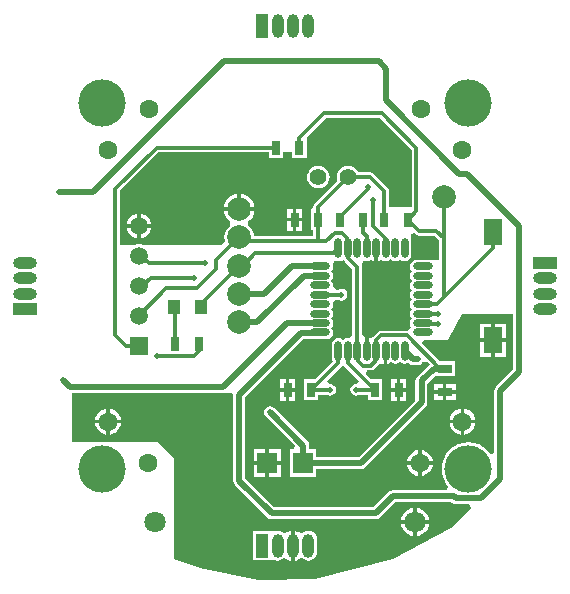
<source format=gbl>
G04 Layer_Physical_Order=2*
G04 Layer_Color=16711680*
%FSLAX25Y25*%
%MOIN*%
G70*
G01*
G75*
%ADD14R,0.05000X0.02756*%
%ADD15R,0.02756X0.05000*%
%ADD19C,0.01968*%
%ADD21C,0.01181*%
%ADD23C,0.15748*%
%ADD24C,0.07087*%
%ADD25R,0.07874X0.03937*%
%ADD26O,0.07874X0.03937*%
%ADD27R,0.03937X0.07874*%
%ADD28O,0.03937X0.07874*%
%ADD29C,0.06299*%
%ADD30C,0.05512*%
%ADD31C,0.05905*%
%ADD32R,0.05905X0.05905*%
%ADD33C,0.01968*%
%ADD34R,0.06693X0.07087*%
%ADD35R,0.06299X0.08583*%
%ADD36O,0.06693X0.02362*%
%ADD37O,0.02362X0.06693*%
%ADD38R,0.04331X0.05118*%
%ADD39C,0.07874*%
G36*
X43550Y17172D02*
X43550Y17172D01*
X44071Y16824D01*
X44685Y16701D01*
X49608D01*
X51150Y15159D01*
Y8563D01*
X48740D01*
X48031Y8704D01*
X43701D01*
X42856Y8536D01*
X42140Y8057D01*
X41661Y7341D01*
X41493Y6496D01*
X41661Y5651D01*
X42140Y4935D01*
Y4908D01*
X41661Y4191D01*
X41493Y3347D01*
X41661Y2502D01*
X42140Y1785D01*
Y1758D01*
X41661Y1042D01*
X41493Y197D01*
X41661Y-648D01*
X42131Y-1378D01*
X41661Y-2108D01*
X41493Y-2953D01*
X41661Y-3798D01*
X42140Y-4514D01*
Y-4541D01*
X41661Y-5257D01*
X41493Y-6102D01*
X41661Y-6947D01*
X42140Y-7664D01*
Y-7691D01*
X41661Y-8407D01*
X41493Y-9252D01*
X41661Y-10097D01*
X42131Y-10827D01*
X41661Y-11557D01*
X41493Y-12402D01*
X41661Y-13246D01*
X41951Y-13681D01*
X41385Y-14771D01*
X40708Y-14930D01*
X31890D01*
X31275Y-15052D01*
X30754Y-15400D01*
X30754Y-15400D01*
X29180Y-16975D01*
X28087Y-17263D01*
X27756Y-17197D01*
Y-21654D01*
X26575D01*
Y-17000D01*
X25621Y-16366D01*
Y6257D01*
X25621Y6257D01*
X25499Y6872D01*
X25921Y8146D01*
X26320Y8393D01*
X27165Y8225D01*
X28010Y8393D01*
X28582Y8775D01*
X28612Y8730D01*
X29393Y8208D01*
X29724Y8142D01*
Y12598D01*
X30906D01*
Y8142D01*
X31237Y8208D01*
X32018Y8730D01*
X32048Y8775D01*
X32620Y8393D01*
X33465Y8225D01*
X34309Y8393D01*
X35026Y8872D01*
X35053D01*
X35769Y8393D01*
X36614Y8225D01*
X37459Y8393D01*
X38175Y8872D01*
X38203D01*
X38919Y8393D01*
X39764Y8225D01*
X40609Y8393D01*
X41325Y8872D01*
X41804Y9588D01*
X41972Y10433D01*
Y14764D01*
X41831Y15472D01*
Y17220D01*
X43012Y17710D01*
X43550Y17172D01*
D02*
G37*
G36*
X16872Y8393D02*
X17717Y8225D01*
X18421Y8365D01*
X19514Y8583D01*
X19928Y8075D01*
X22410Y5592D01*
Y-16603D01*
X21229Y-17353D01*
X20866Y-17280D01*
X20021Y-17448D01*
X19291Y-17918D01*
X18561Y-17448D01*
X17717Y-17280D01*
X16872Y-17448D01*
X16155Y-17927D01*
X15677Y-18643D01*
X15509Y-19488D01*
Y-23819D01*
X15677Y-24664D01*
X15956Y-25081D01*
X9875Y-31161D01*
X6299D01*
Y-38130D01*
X11024D01*
Y-36251D01*
X13820D01*
X14193Y-36500D01*
X14961Y-36653D01*
X15729Y-36500D01*
X16380Y-36065D01*
X16815Y-35414D01*
X16968Y-34646D01*
X16815Y-33878D01*
X16380Y-33226D01*
X15729Y-32791D01*
X14961Y-32639D01*
X14522Y-32726D01*
X13910Y-31668D01*
X18527Y-27051D01*
X19291Y-26844D01*
X20055Y-27051D01*
X24673Y-31668D01*
X24060Y-32726D01*
X23622Y-32639D01*
X22854Y-32791D01*
X22203Y-33226D01*
X21768Y-33878D01*
X21615Y-34646D01*
X21768Y-35414D01*
X22203Y-36065D01*
X22854Y-36500D01*
X23622Y-36653D01*
X24390Y-36500D01*
X24762Y-36251D01*
X27559D01*
Y-38130D01*
X32283D01*
Y-31161D01*
X28708D01*
X26908Y-29362D01*
X27397Y-28181D01*
X28543D01*
X28543Y-28181D01*
X29158Y-28058D01*
X29679Y-27710D01*
X31450Y-25938D01*
X32543Y-26044D01*
X32874Y-26110D01*
Y-21654D01*
X34055D01*
Y-26110D01*
X34386Y-26044D01*
X35168Y-25522D01*
X35198Y-25477D01*
X35769Y-25859D01*
X36614Y-26027D01*
X37459Y-25859D01*
X38189Y-25389D01*
X38919Y-25859D01*
X39764Y-26027D01*
X40609Y-25859D01*
X41039Y-25571D01*
X41297Y-25829D01*
X41949Y-26264D01*
X42717Y-26417D01*
X44094D01*
X44863Y-26264D01*
X45514Y-25829D01*
X45733Y-25501D01*
X46827Y-25223D01*
X47141Y-25239D01*
X48115Y-26212D01*
X43856Y-30470D01*
X43421Y-31122D01*
X43268Y-31890D01*
Y-38227D01*
X24448Y-57048D01*
X10335D01*
Y-54528D01*
X8011D01*
Y-53248D01*
X7858Y-52480D01*
X7423Y-51829D01*
X-3699Y-40707D01*
X-4350Y-40272D01*
X-5118Y-40119D01*
X-5886Y-40272D01*
X-6537Y-40707D01*
X-6972Y-41358D01*
X-7125Y-42126D01*
X-6972Y-42894D01*
X-6537Y-43545D01*
X3264Y-53347D01*
X2775Y-54528D01*
X1673D01*
Y-63583D01*
X10335D01*
Y-61062D01*
X25279D01*
X26047Y-60909D01*
X26699Y-60474D01*
X46695Y-40478D01*
X47130Y-39827D01*
X47283Y-39059D01*
Y-32721D01*
X50082Y-29921D01*
X56634D01*
Y-25197D01*
X51641D01*
X45637Y-19193D01*
X46126Y-18012D01*
X54092Y-18012D01*
X58944Y-9350D01*
X75946Y-9350D01*
Y-27909D01*
X73975Y-29880D01*
X73975Y-29880D01*
X70234Y-33620D01*
X69799Y-34271D01*
X69647Y-35039D01*
Y-55859D01*
X68465Y-56155D01*
X68425Y-56078D01*
X67318Y-54730D01*
X65969Y-53623D01*
X64430Y-52800D01*
X62760Y-52293D01*
X61024Y-52122D01*
X59287Y-52293D01*
X57617Y-52800D01*
X56078Y-53623D01*
X54730Y-54730D01*
X53623Y-56078D01*
X52800Y-57617D01*
X52293Y-59287D01*
X52122Y-61024D01*
X52293Y-62760D01*
X52800Y-64430D01*
X53623Y-65969D01*
X54379Y-66891D01*
X53825Y-68072D01*
X35827D01*
X35059Y-68225D01*
X34407Y-68660D01*
X29287Y-73780D01*
X-3696D01*
X-13347Y-64129D01*
Y-37052D01*
X5949Y-17755D01*
X9429D01*
X9449Y-17759D01*
X13780D01*
X14624Y-17591D01*
X15341Y-17112D01*
X15819Y-16396D01*
X15987Y-15551D01*
X15819Y-14706D01*
X15341Y-13990D01*
Y-13963D01*
X15819Y-13246D01*
X15987Y-12402D01*
X15819Y-11557D01*
X15349Y-10827D01*
X15819Y-10097D01*
X15987Y-9252D01*
X15819Y-8407D01*
X15341Y-7691D01*
Y-7664D01*
X15819Y-6947D01*
X15987Y-6102D01*
X15942Y-5873D01*
X16635Y-4852D01*
X17750Y-4685D01*
X17933Y-4807D01*
X18701Y-4960D01*
X19469Y-4807D01*
X20120Y-4372D01*
X20555Y-3721D01*
X20708Y-2953D01*
X20555Y-2185D01*
X20120Y-1534D01*
X19469Y-1099D01*
X18701Y-946D01*
X17933Y-1099D01*
X17750Y-1221D01*
X16635Y-1053D01*
X15942Y-33D01*
X15987Y197D01*
X15819Y1042D01*
X15341Y1758D01*
Y1785D01*
X15819Y2502D01*
X15987Y3347D01*
X15819Y4191D01*
X15341Y4908D01*
Y4935D01*
X15819Y5651D01*
X15987Y6496D01*
X15819Y7341D01*
X16435Y8545D01*
X16588Y8583D01*
X16872Y8393D01*
D02*
G37*
G36*
X42095Y45398D02*
Y26378D01*
X34677D01*
Y31496D01*
X34554Y32111D01*
X34206Y32631D01*
X34206Y32631D01*
X29482Y37356D01*
X28961Y37704D01*
X28346Y37826D01*
X28346Y37826D01*
X24249D01*
X24133Y38107D01*
X23534Y38888D01*
X22752Y39487D01*
X21843Y39864D01*
X20866Y39993D01*
X19890Y39864D01*
X18980Y39487D01*
X18199Y38888D01*
X17599Y38107D01*
X17222Y37197D01*
X17094Y36220D01*
X17222Y35244D01*
X17338Y34964D01*
X9888Y27513D01*
X9540Y26992D01*
X9418Y26378D01*
X8671Y25532D01*
X8661D01*
Y18563D01*
X9418D01*
Y16566D01*
X-10447D01*
X-10560Y17426D01*
X-11056Y18624D01*
X-11845Y19652D01*
X-12331Y20025D01*
X-12408Y20214D01*
X-12365Y21406D01*
X-12341Y21452D01*
X-11704Y21940D01*
X-10884Y23009D01*
X-10368Y24254D01*
X-10270Y25000D01*
X-20439D01*
X-20341Y24254D01*
X-19825Y23009D01*
X-19005Y21940D01*
X-18368Y21452D01*
X-18344Y21406D01*
X-18302Y20214D01*
X-18378Y20025D01*
X-18865Y19652D01*
X-19653Y18624D01*
X-20149Y17426D01*
X-20318Y16142D01*
X-20163Y14961D01*
X-20186Y14809D01*
X-20981Y13780D01*
X-47656D01*
X-47791Y13836D01*
X-48819Y13971D01*
X-49847Y13836D01*
X-49982Y13780D01*
X-55087D01*
Y31618D01*
X-42248Y44457D01*
X-5512D01*
Y42579D01*
X-787D01*
Y44488D01*
X2362D01*
Y42579D01*
X7087D01*
Y49304D01*
X13657Y55875D01*
X31618D01*
X42095Y45398D01*
D02*
G37*
G36*
X-17361Y-36220D02*
Y-64961D01*
X-17209Y-65729D01*
X-16773Y-66380D01*
X-5947Y-77207D01*
X-5296Y-77642D01*
X-4528Y-77794D01*
X30118D01*
X30886Y-77642D01*
X31537Y-77207D01*
X36658Y-72086D01*
X55328D01*
X55528Y-72285D01*
X56179Y-72720D01*
X56947Y-72873D01*
X61410D01*
X61862Y-73964D01*
X55118Y-80709D01*
X36080Y-91149D01*
X10005Y-97588D01*
X-9103Y-98003D01*
X-28309Y-94124D01*
X-37140Y-91149D01*
Y-57250D01*
X-42461Y-51929D01*
X-70965D01*
Y-35865D01*
X-20866D01*
X-20672Y-35827D01*
X-17684D01*
X-17361Y-36220D01*
D02*
G37*
%LPC*%
G36*
X58465Y-45866D02*
X54765D01*
X54836Y-46406D01*
X55272Y-47460D01*
X55966Y-48364D01*
X56871Y-49058D01*
X57925Y-49495D01*
X58465Y-49566D01*
Y-45866D01*
D02*
G37*
G36*
X45472Y-54765D02*
Y-58465D01*
X49172D01*
X49101Y-57925D01*
X48665Y-56871D01*
X47971Y-55966D01*
X47066Y-55272D01*
X46012Y-54836D01*
X45472Y-54765D01*
D02*
G37*
G36*
X-1476Y-54331D02*
X-5413D01*
Y-58465D01*
X-1476D01*
Y-54331D01*
D02*
G37*
G36*
X59646Y-40985D02*
Y-44685D01*
X63345D01*
X63274Y-44145D01*
X62838Y-43092D01*
X62144Y-42187D01*
X61239Y-41493D01*
X60186Y-41056D01*
X59646Y-40985D01*
D02*
G37*
G36*
X197Y-35236D02*
X-1772D01*
Y-38327D01*
X197D01*
Y-35236D01*
D02*
G37*
G36*
X3347D02*
X1378D01*
Y-38327D01*
X3347D01*
Y-35236D01*
D02*
G37*
G36*
X63345Y-45866D02*
X59646D01*
Y-49566D01*
X60186Y-49495D01*
X61239Y-49058D01*
X62144Y-48364D01*
X62838Y-47460D01*
X63274Y-46406D01*
X63345Y-45866D01*
D02*
G37*
G36*
X58465Y-40985D02*
X57925Y-41056D01*
X56871Y-41493D01*
X55966Y-42187D01*
X55272Y-43092D01*
X54836Y-44145D01*
X54765Y-44685D01*
X58465D01*
Y-40985D01*
D02*
G37*
G36*
X44291Y-59646D02*
X40592D01*
X40663Y-60186D01*
X41099Y-61239D01*
X41793Y-62144D01*
X42698Y-62838D01*
X43751Y-63274D01*
X44291Y-63345D01*
Y-59646D01*
D02*
G37*
G36*
Y-54765D02*
X43751Y-54836D01*
X42698Y-55272D01*
X41793Y-55966D01*
X41099Y-56871D01*
X40663Y-57925D01*
X40592Y-58465D01*
X44291D01*
Y-54765D01*
D02*
G37*
G36*
X-6594Y-54331D02*
X-10531D01*
Y-58465D01*
X-6594D01*
Y-54331D01*
D02*
G37*
G36*
Y-59646D02*
X-10531D01*
Y-63779D01*
X-6594D01*
Y-59646D01*
D02*
G37*
G36*
X-1476D02*
X-5413D01*
Y-63779D01*
X-1476D01*
Y-59646D01*
D02*
G37*
G36*
X49172D02*
X45472D01*
Y-63345D01*
X46012Y-63274D01*
X47066Y-62838D01*
X47971Y-62144D01*
X48665Y-61239D01*
X49101Y-60186D01*
X49172Y-59646D01*
D02*
G37*
G36*
X73622Y-12638D02*
X69882D01*
Y-17520D01*
X73622D01*
Y-12638D01*
D02*
G37*
G36*
X68701D02*
X64961D01*
Y-17520D01*
X68701D01*
Y-12638D01*
D02*
G37*
G36*
X56831Y-36024D02*
X53740D01*
Y-37992D01*
X56831D01*
Y-36024D01*
D02*
G37*
G36*
X52559Y-32874D02*
X49468D01*
Y-34843D01*
X52559D01*
Y-32874D01*
D02*
G37*
G36*
X56831D02*
X53740D01*
Y-34843D01*
X56831D01*
Y-32874D01*
D02*
G37*
G36*
X37205Y-35236D02*
X35236D01*
Y-38327D01*
X37205D01*
Y-35236D01*
D02*
G37*
G36*
X40354D02*
X38386D01*
Y-38327D01*
X40354D01*
Y-35236D01*
D02*
G37*
G36*
X52559Y-36024D02*
X49468D01*
Y-37992D01*
X52559D01*
Y-36024D01*
D02*
G37*
G36*
X40354Y-30965D02*
X38386D01*
Y-34055D01*
X40354D01*
Y-30965D01*
D02*
G37*
G36*
X68701Y-18701D02*
X64961D01*
Y-23583D01*
X68701D01*
Y-18701D01*
D02*
G37*
G36*
X73622D02*
X69882D01*
Y-23583D01*
X73622D01*
Y-18701D01*
D02*
G37*
G36*
X197Y-30965D02*
X-1772D01*
Y-34055D01*
X197D01*
Y-30965D01*
D02*
G37*
G36*
X3347D02*
X1378D01*
Y-34055D01*
X3347D01*
Y-30965D01*
D02*
G37*
G36*
X37205D02*
X35236D01*
Y-34055D01*
X37205D01*
Y-30965D01*
D02*
G37*
G36*
X2559Y21457D02*
X591D01*
Y18366D01*
X2559D01*
Y21457D01*
D02*
G37*
G36*
X5709D02*
X3740D01*
Y18366D01*
X5709D01*
Y21457D01*
D02*
G37*
G36*
X-49409Y24092D02*
X-49898Y24027D01*
X-50904Y23611D01*
X-51767Y22948D01*
X-52430Y22085D01*
X-52846Y21079D01*
X-52911Y20591D01*
X-49409D01*
Y24092D01*
D02*
G37*
G36*
Y19409D02*
X-52911D01*
X-52846Y18921D01*
X-52430Y17915D01*
X-51767Y17052D01*
X-50904Y16389D01*
X-49898Y15973D01*
X-49409Y15908D01*
Y19409D01*
D02*
G37*
G36*
X-44727D02*
X-48228D01*
Y15908D01*
X-47740Y15973D01*
X-46734Y16389D01*
X-45871Y17052D01*
X-45208Y17915D01*
X-44791Y18921D01*
X-44727Y19409D01*
D02*
G37*
G36*
X-15945Y30675D02*
X-16691Y30577D01*
X-17936Y30061D01*
X-19005Y29241D01*
X-19825Y28172D01*
X-20341Y26927D01*
X-20439Y26181D01*
X-15945D01*
Y30675D01*
D02*
G37*
G36*
X-14764D02*
Y26181D01*
X-10270D01*
X-10368Y26927D01*
X-10884Y28172D01*
X-11704Y29241D01*
X-12773Y30061D01*
X-14018Y30577D01*
X-14764Y30675D01*
D02*
G37*
G36*
X11024Y39993D02*
X10047Y39864D01*
X9137Y39487D01*
X8356Y38888D01*
X7757Y38107D01*
X7380Y37197D01*
X7251Y36220D01*
X7380Y35244D01*
X7757Y34334D01*
X8356Y33553D01*
X9137Y32954D01*
X10047Y32577D01*
X11024Y32448D01*
X12000Y32577D01*
X12910Y32954D01*
X13691Y33553D01*
X14291Y34334D01*
X14668Y35244D01*
X14796Y36220D01*
X14668Y37197D01*
X14291Y38107D01*
X13691Y38888D01*
X12910Y39487D01*
X12000Y39864D01*
X11024Y39993D01*
D02*
G37*
G36*
X-48228Y24092D02*
Y20591D01*
X-44727D01*
X-44791Y21079D01*
X-45208Y22085D01*
X-45871Y22948D01*
X-46734Y23611D01*
X-47740Y24027D01*
X-48228Y24092D01*
D02*
G37*
G36*
X2559Y25728D02*
X591D01*
Y22638D01*
X2559D01*
Y25728D01*
D02*
G37*
G36*
X5709D02*
X3740D01*
Y22638D01*
X5709D01*
Y25728D01*
D02*
G37*
G36*
X-54765Y-45866D02*
X-58465D01*
Y-49566D01*
X-57925Y-49495D01*
X-56871Y-49058D01*
X-55966Y-48364D01*
X-55272Y-47460D01*
X-54836Y-46406D01*
X-54765Y-45866D01*
D02*
G37*
G36*
X-59646D02*
X-63345D01*
X-63274Y-46406D01*
X-62838Y-47460D01*
X-62144Y-48364D01*
X-61239Y-49058D01*
X-60186Y-49495D01*
X-59646Y-49566D01*
Y-45866D01*
D02*
G37*
G36*
X-58465Y-40985D02*
Y-44685D01*
X-54765D01*
X-54836Y-44145D01*
X-55272Y-43092D01*
X-55966Y-42187D01*
X-56871Y-41493D01*
X-57925Y-41056D01*
X-58465Y-40985D01*
D02*
G37*
G36*
X-59646D02*
X-60186Y-41056D01*
X-61239Y-41493D01*
X-62144Y-42187D01*
X-62838Y-43092D01*
X-63274Y-44145D01*
X-63345Y-44685D01*
X-59646D01*
Y-40985D01*
D02*
G37*
G36*
X1969Y-81547D02*
X1737Y-81577D01*
X971Y-81894D01*
X700Y-82102D01*
X-453Y-82540D01*
X-1070Y-82066D01*
X-1788Y-81769D01*
X-2559Y-81667D01*
X-3330Y-81769D01*
X-3543Y-81857D01*
X-4724Y-81693D01*
Y-81693D01*
X-10630D01*
Y-91535D01*
X-4724D01*
X-4724Y-91535D01*
X-3543Y-91371D01*
X-3330Y-91459D01*
X-2559Y-91561D01*
X-1788Y-91459D01*
X-1070Y-91162D01*
X-453Y-90689D01*
X700Y-91126D01*
X971Y-91334D01*
X1737Y-91651D01*
X1969Y-91682D01*
Y-86614D01*
Y-81547D01*
D02*
G37*
G36*
X42717Y-74053D02*
X42074Y-74137D01*
X40925Y-74613D01*
X39938Y-75371D01*
X39180Y-76358D01*
X38704Y-77507D01*
X38620Y-78150D01*
X42717D01*
Y-74053D01*
D02*
G37*
G36*
X43898D02*
Y-78150D01*
X47995D01*
X47910Y-77507D01*
X47434Y-76358D01*
X46677Y-75371D01*
X45690Y-74613D01*
X44540Y-74137D01*
X43898Y-74053D01*
D02*
G37*
G36*
X3150Y-81547D02*
Y-86614D01*
Y-91682D01*
X3381Y-91651D01*
X4147Y-91334D01*
X4418Y-91126D01*
X5571Y-90689D01*
X6188Y-91162D01*
X6906Y-91459D01*
X7677Y-91561D01*
X8448Y-91459D01*
X9166Y-91162D01*
X9783Y-90689D01*
X10256Y-90072D01*
X10554Y-89354D01*
X10655Y-88583D01*
Y-84646D01*
X10554Y-83875D01*
X10256Y-83157D01*
X9783Y-82540D01*
X9166Y-82066D01*
X8448Y-81769D01*
X7677Y-81667D01*
X6906Y-81769D01*
X6188Y-82066D01*
X5571Y-82540D01*
X4418Y-82102D01*
X4147Y-81894D01*
X3381Y-81577D01*
X3150Y-81547D01*
D02*
G37*
G36*
X42717Y-79331D02*
X38620D01*
X38704Y-79974D01*
X39180Y-81123D01*
X39938Y-82110D01*
X40925Y-82867D01*
X42074Y-83343D01*
X42717Y-83428D01*
Y-79331D01*
D02*
G37*
G36*
X47995D02*
X43898D01*
Y-83428D01*
X44540Y-83343D01*
X45690Y-82867D01*
X46677Y-82110D01*
X47434Y-81123D01*
X47910Y-79974D01*
X47995Y-79331D01*
D02*
G37*
%LPD*%
D14*
X53150Y-35433D02*
D03*
Y-27559D02*
D03*
D15*
X4724Y46063D02*
D03*
X-3150D02*
D03*
X37795Y-34646D02*
D03*
X29921D02*
D03*
X18110Y22047D02*
D03*
X25984D02*
D03*
X787Y-34646D02*
D03*
X8661D02*
D03*
X33071Y22047D02*
D03*
X40945D02*
D03*
X-28740Y-19291D02*
D03*
X-36614D02*
D03*
X3150Y22047D02*
D03*
X11024D02*
D03*
D19*
X49606Y-27559D02*
X51732D01*
X-74016Y-31496D02*
X-71653Y-33858D01*
X65101Y-70866D02*
X71653Y-64313D01*
X56947Y-70866D02*
X65101D01*
X56159Y-70079D02*
X56947Y-70866D01*
X35827Y-70079D02*
X56159D01*
X30118Y-75787D02*
X35827Y-70079D01*
X71653Y-35039D02*
X75394Y-31299D01*
X71653Y-64313D02*
Y-35039D01*
X-15355Y-12205D02*
X-9252D01*
X6299Y3347D01*
X11614D01*
X11614Y3347D01*
X11614Y6496D02*
X11614Y6496D01*
X57874Y37402D02*
X60630D01*
X6004Y-59055D02*
Y-53248D01*
X39961Y-21654D02*
X42717Y-24409D01*
X44094D01*
X-5118Y-42126D02*
X6004Y-53248D01*
X-15354Y-36220D02*
X5118Y-15748D01*
X-15354Y-64961D02*
Y-36220D01*
Y-64961D02*
X-4528Y-75787D01*
X30118D01*
X75394Y-31299D02*
X77953Y-28740D01*
Y20079D01*
X60630Y37402D02*
X77953Y20079D01*
X-75394Y31299D02*
X-63976D01*
X-20472Y74803D01*
X31102D01*
X-71653Y-33858D02*
X-20866D01*
X591Y-12402D01*
X11614D01*
X-15355Y-2756D02*
X-6988D01*
X2264Y6496D01*
X11614D01*
X45669Y-31496D02*
X49606Y-27559D01*
X6004Y-59055D02*
X25256D01*
X45669Y-38642D01*
Y-31496D01*
X33465Y61811D02*
X57874Y37402D01*
X33465Y61811D02*
Y72441D01*
X31102Y74803D02*
X33465Y72441D01*
X5118Y-15748D02*
X11614D01*
D21*
X-48819Y-10000D02*
X-39606Y-787D01*
X-28740Y-21654D02*
Y-19291D01*
X-30453Y-23366D02*
X-28740Y-21654D01*
X-42658Y-23366D02*
X-30453D01*
X52756Y15824D02*
Y28346D01*
Y-3883D02*
X69291Y12652D01*
X50734Y-5906D02*
X52756Y-3883D01*
Y15824D01*
X50273Y18307D02*
X52756Y15824D01*
X44685Y18307D02*
X50273D01*
X40945Y22047D02*
X44685Y18307D01*
X20866Y-25591D02*
Y-21654D01*
Y-25591D02*
X29921Y-34646D01*
X17717Y-25591D02*
Y-21654D01*
X8661Y-34646D02*
X17717Y-25591D01*
X23622Y-34646D02*
X29921D01*
X21063Y9210D02*
Y12402D01*
X20866Y12598D02*
X21063Y12402D01*
X-15355Y6693D02*
X-14173D01*
X45866Y-6102D02*
X46063Y-5906D01*
X33465Y12598D02*
X33661Y12795D01*
X8661Y-34646D02*
X14961D01*
X69291Y12652D02*
Y18110D01*
X46063Y-5906D02*
X50734D01*
X-48819Y0D02*
X-47638D01*
X-48819Y10000D02*
X-48031D01*
X46063Y-12598D02*
X50787D01*
X45669Y-12205D02*
X45866Y-12402D01*
X46063Y-9449D02*
X50787D01*
X45866Y-9252D02*
X46063Y-9449D01*
X51732Y-27559D02*
X53150D01*
X40709Y-16535D02*
X51732Y-27559D01*
X30315Y-18110D02*
X31890Y-16535D01*
X40709D01*
X-56693Y32283D02*
X-42913Y46063D01*
X-3150D01*
X-28150Y-7087D02*
Y-6102D01*
X-36614Y-19291D02*
Y-7677D01*
X-37205Y-7087D02*
X-36614Y-7677D01*
X40945Y22047D02*
X43701Y24803D01*
X-15355Y16142D02*
X-14173Y14961D01*
X11024D02*
Y22047D01*
X-14173Y14961D02*
X11024D01*
X-28150Y-6102D02*
X-15355Y6693D01*
X-23031Y8465D02*
X-15355Y16142D01*
X-56693Y-16535D02*
Y32283D01*
Y-16535D02*
X-53228Y-20000D01*
X-48819D01*
X-42795Y-23228D02*
X-42658Y-23366D01*
X11024Y14961D02*
X13738D01*
X16493Y17717D01*
X32283Y57480D02*
X43701Y46063D01*
Y24803D02*
Y46063D01*
X4724D02*
Y49213D01*
X12992Y57480D01*
X32283D01*
X20866Y36220D02*
X28346D01*
X33071Y31496D01*
X18110Y22047D02*
Y22835D01*
X27559Y32283D01*
Y33071D01*
X16493Y17717D02*
X18940D01*
X20669Y15987D01*
X33071Y22047D02*
Y31496D01*
X29134Y19879D02*
Y28740D01*
Y19879D02*
X33465Y15549D01*
X25984Y17717D02*
X27165Y16535D01*
X25984Y17717D02*
Y22047D01*
X11024D02*
Y26378D01*
X20866Y36220D01*
X-23031Y5709D02*
Y8465D01*
X-39606Y-787D02*
X-29528D01*
X-23031Y5709D01*
X-47638Y0D02*
X-44882Y2756D01*
X-30315D01*
X-45512Y7480D02*
X-26772D01*
X-14173Y6693D02*
X-9941Y10925D01*
X16043D01*
X17717Y12598D01*
X-48031Y10000D02*
X-45512Y7480D01*
X27165Y12598D02*
Y16535D01*
X45866Y-12402D02*
X46063Y-12598D01*
X20669Y12795D02*
X20866Y12598D01*
X20669Y12795D02*
Y15987D01*
X30315Y-21654D02*
Y-18504D01*
X33465Y12598D02*
Y15549D01*
X52756Y28346D02*
X53937Y29528D01*
X11614Y-2953D02*
X18701D01*
X21063Y9210D02*
X24016Y6257D01*
Y-21654D02*
Y6257D01*
X24409Y-24960D02*
X26024Y-26575D01*
X24409Y-24960D02*
Y-22047D01*
X24016Y-21654D02*
X24409Y-22047D01*
X26024Y-26575D02*
X28543D01*
X30315Y-24803D01*
Y-21654D01*
D23*
X61024Y61024D02*
D03*
X-61024D02*
D03*
Y-61024D02*
D03*
X61024D02*
D03*
D24*
X43307Y-78740D02*
D03*
X-43307D02*
D03*
D25*
X-86614Y-7677D02*
D03*
X86614Y7677D02*
D03*
D26*
X-86614Y-2559D02*
D03*
Y2559D02*
D03*
Y7677D02*
D03*
X86614Y2559D02*
D03*
Y-2559D02*
D03*
Y-7677D02*
D03*
D27*
X-7677Y86614D02*
D03*
Y-86614D02*
D03*
D28*
X-2559Y86614D02*
D03*
X2559D02*
D03*
X7677D02*
D03*
X-2559Y-86614D02*
D03*
X2559D02*
D03*
X7677D02*
D03*
D29*
X45276Y59055D02*
D03*
X-45276D02*
D03*
X59055Y45276D02*
D03*
Y-45276D02*
D03*
X44882Y-59055D02*
D03*
X-45669D02*
D03*
X-59055Y45276D02*
D03*
Y-45276D02*
D03*
D30*
X20866Y36220D02*
D03*
X11024D02*
D03*
D31*
X-48819Y20000D02*
D03*
Y10000D02*
D03*
Y0D02*
D03*
Y-10000D02*
D03*
D32*
Y-20000D02*
D03*
D33*
X23622Y-34646D02*
D03*
X14961D02*
D03*
X-75394Y31299D02*
D03*
X30118Y-75787D02*
D03*
X75394Y-31299D02*
D03*
X31102Y74803D02*
D03*
X-74016Y-31496D02*
D03*
X50787Y-12598D02*
D03*
Y-9449D02*
D03*
X44094Y-24409D02*
D03*
X-5118Y-42126D02*
D03*
X29134Y28740D02*
D03*
X-42795Y-23228D02*
D03*
X27559Y54331D02*
D03*
X22047D02*
D03*
X27559Y33071D02*
D03*
X30315Y40945D02*
D03*
X27559D02*
D03*
X33071D02*
D03*
X35827D02*
D03*
X30315Y54331D02*
D03*
X24803D02*
D03*
X-30315Y2756D02*
D03*
X-26772Y7480D02*
D03*
X18701Y-2953D02*
D03*
X49311Y15256D02*
D03*
X39469Y787D02*
D03*
D34*
X6004Y-59055D02*
D03*
X-6004D02*
D03*
D35*
X69291Y-18110D02*
D03*
Y18110D02*
D03*
D36*
X45866Y-15551D02*
D03*
Y-12402D02*
D03*
Y-9252D02*
D03*
Y-6102D02*
D03*
Y-2953D02*
D03*
Y197D02*
D03*
Y3347D02*
D03*
Y6496D02*
D03*
X11614D02*
D03*
Y3347D02*
D03*
Y197D02*
D03*
Y-2953D02*
D03*
Y-6102D02*
D03*
Y-9252D02*
D03*
Y-12402D02*
D03*
Y-15551D02*
D03*
D37*
X39764Y12598D02*
D03*
X36614D02*
D03*
X33465D02*
D03*
X30315D02*
D03*
X27165D02*
D03*
X24016D02*
D03*
X20866D02*
D03*
X17717D02*
D03*
Y-21654D02*
D03*
X20866D02*
D03*
X24016D02*
D03*
X27165D02*
D03*
X30315D02*
D03*
X33465D02*
D03*
X36614D02*
D03*
X39764D02*
D03*
D38*
X-28150Y-7087D02*
D03*
X-37205D02*
D03*
D39*
X52756Y29528D02*
D03*
X-15355Y-12205D02*
D03*
Y-2756D02*
D03*
Y6693D02*
D03*
Y25591D02*
D03*
Y16142D02*
D03*
M02*

</source>
